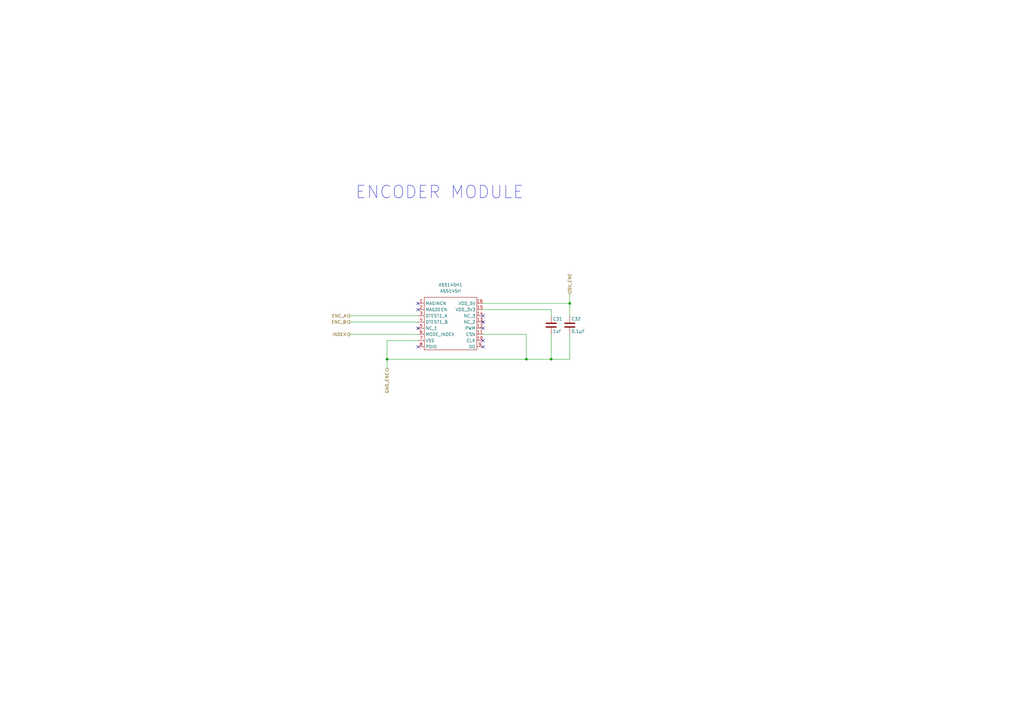
<source format=kicad_sch>
(kicad_sch (version 20250114) (generator "eeschema") (generator_version "9.0")
  (paper "A3")
  (title_block (title "Rabosa Micromouse") (rev "1.0") (company "XorvaLabs ") (comment 1 "Schematic design based on Green Ye's Green Giant 5.19V micromouse") (comment 2 "And in OPRobots streams"))
  (lib_symbols
    (symbol "Device:C" (pin_numbers (hide yes)) (pin_names (offset 0.254))
      (property "Reference" "C" (at 0.635 2.54 0))
      (property "Value" "C" (at 0.635 -2.54 0))
      (symbol "C_0_1"
        (polyline (pts (xy -2.032 0.762) (xy 2.032 0.762)) (stroke (width 0.508)))
        (polyline (pts (xy -2.032 -0.762) (xy 2.032 -0.762)) (stroke (width 0.508)))
      )
      (symbol "C_1_1"
        (pin passive line (at 0 3.81 270) (length 2.794) (name "~") (number "1"))
        (pin passive line (at 0 -3.81 90) (length 2.794) (name "~") (number "2"))
      )
    )
    (symbol "encoders:AS5145B-HSST"
      (property "Reference" "AS5145H" (at 0 -0.254 0))
      (property "Value" "AS5145H" (at 0 0 0))
      (symbol "AS5145B-HSST_0_1"
        (rectangle (start -11.43 24.13) (end 10.16 2.54))
      )
      (symbol "AS5145B-HSST_1_1"
        (pin output line (at -13.97 21.59 0) (length 2.54) (name "MAGINCN") (number "1"))
        (pin output line (at -13.97 19.05 0) (length 2.54) (name "MAGDECN") (number "2"))
        (pin output line (at -13.97 16.51 0) (length 2.54) (name "DTEST1_A") (number "3"))
        (pin output line (at -13.97 13.97 0) (length 2.54) (name "DTEST1_B") (number "4"))
        (pin no_connect line (at -13.97 11.43 0) (length 2.54) (name "NC_1") (number "5"))
        (pin output line (at -13.97 8.89 0) (length 2.54) (name "MODE_INDEX") (number "6"))
        (pin input line (at -13.97 6.35 0) (length 2.54) (name "VSS") (number "7"))
        (pin bidirectional line (at -13.97 3.81 0) (length 2.54) (name "PDIO") (number "8"))
        (pin input line (at 12.7 21.59 180) (length 2.54) (name "VDD_5V") (number "16"))
        (pin input line (at 12.7 19.05 180) (length 2.54) (name "VDD_3V3") (number "15"))
        (pin input line (at 12.7 16.51 180) (length 2.54) (name "NC_3") (number "14"))
        (pin no_connect line (at 12.7 13.97 180) (length 2.54) (name "NC_2") (number "13"))
        (pin output line (at 12.7 11.43 180) (length 2.54) (name "PWM") (number "12"))
        (pin input line (at 12.7 8.89 180) (length 2.54) (name "CSN") (number "11"))
        (pin input line (at 12.7 6.35 180) (length 2.54) (name "CLK") (number "10"))
        (pin output line (at 12.7 3.81 180) (length 2.54) (name "DO") (number "9"))
      )
    )
  )
  (text "ENCODER MODULE" (at 180.34 78.994 0) (effects (font (size 5.08 5.08))))
  (junction (at 226.06 147.32))
  (junction (at 215.9 147.32))
  (junction (at 158.75 147.32))
  (junction (at 233.68 124.46))
  (no_connect (at 171.45 134.62))
  (no_connect (at 198.12 142.24))
  (no_connect (at 198.12 139.7))
  (no_connect (at 171.45 142.24))
  (no_connect (at 198.12 134.62))
  (no_connect (at 198.12 129.54))
  (no_connect (at 171.45 127))
  (no_connect (at 198.12 132.08))
  (no_connect (at 171.45 124.46))
  (wire (pts (xy 143.51 129.54) (xy 171.45 129.54)))
  (wire (pts (xy 198.12 124.46) (xy 233.68 124.46)))
  (wire (pts (xy 158.75 139.7) (xy 171.45 139.7)))
  (wire (pts (xy 233.68 120.65) (xy 233.68 124.46)))
  (wire (pts (xy 143.51 137.16) (xy 171.45 137.16)))
  (wire (pts (xy 158.75 151.13) (xy 158.75 147.32)))
  (wire (pts (xy 198.12 127) (xy 226.06 127)))
  (wire (pts (xy 226.06 137.16) (xy 226.06 147.32)))
  (wire (pts (xy 158.75 147.32) (xy 215.9 147.32)))
  (wire (pts (xy 233.68 137.16) (xy 233.68 147.32)))
  (wire (pts (xy 198.12 137.16) (xy 215.9 137.16)))
  (wire (pts (xy 143.51 132.08) (xy 171.45 132.08)))
  (wire (pts (xy 226.06 147.32) (xy 233.68 147.32)))
  (wire (pts (xy 158.75 147.32) (xy 158.75 139.7)))
  (wire (pts (xy 215.9 137.16) (xy 215.9 147.32)))
  (wire (pts (xy 233.68 124.46) (xy 233.68 129.54)))
  (wire (pts (xy 215.9 147.32) (xy 226.06 147.32)))
  (wire (pts (xy 226.06 127) (xy 226.06 129.54)))
  (hierarchical_label "INDEX" (shape output) (at 143.51 137.16 180))
  (hierarchical_label "5V_ENC" (shape input) (at 233.68 120.65 90))
  (hierarchical_label "ENC_A" (shape output) (at 143.51 129.54 180))
  (hierarchical_label "GND_ENC" (shape output) (at 158.75 151.13 270))
  (hierarchical_label "ENC_B" (shape output) (at 143.51 132.08 180))
  (symbol (lib_id "Device:C") (at 233.68 133.35 0) (unit 1)
    (property "Reference" "C32" (at 234.315 130.81 0) (effects (justify left)))
    (property "Value" "0.1µF" (at 234.315 135.89 0) (effects (justify left)))
    (property "Footprint" "Capacitor_SMD:C_0402_1005Metric" (effects (hide yes)))
    (property "Description" "Unpolarized capacitor" (effects (hide yes)))
    (property "JLCPCB Part #" "C1525" (effects (hide yes)))
    (instances (project "Rabosa" (path "" (reference "C32") (unit 1)) (path "" (reference "C28") (unit 1))))
  )
  (symbol (lib_id "encoders:AS5145B-HSST") (at 185.42 146.05 0) (unit 1)
    (property "Reference" "AS5145H1" (at 184.785 116.84 0))
    (property "Value" "AS5145H" (at 184.785 119.38 0))
    (property "Footprint" "Package_SO:SSOP-16_5.3x6.2mm_P0.65mm" (effects (hide yes)))
    (property "Datasheet" "https://www.mouser.com/Search/Refine.aspx?Keyword=985-AS5145B-HSST" (effects (hide yes)))
    (property "JLCPCB Part #" "C481877" (effects (hide yes)))
    (instances (project "" (path "" (reference "AS5145H1") (unit 1)) (path "" (reference "AS5145H2") (unit 1))))
  )
  (symbol (lib_id "Device:C") (at 226.06 133.35 0) (unit 1)
    (property "Reference" "C31" (at 226.695 130.81 0) (effects (justify left)))
    (property "Value" "1uF" (at 226.695 135.89 0) (effects (justify left)))
    (property "Footprint" "Capacitor_SMD:C_0402_1005Metric" (effects (hide yes)))
    (property "Description" "Unpolarized capacitor" (effects (hide yes)))
    (property "JLCPCB Part #" "C14445" (effects (hide yes)))
    (instances (project "Rabosa" (path "" (reference "C31") (unit 1)) (path "" (reference "C17") (unit 1))))
  )
)
</source>
